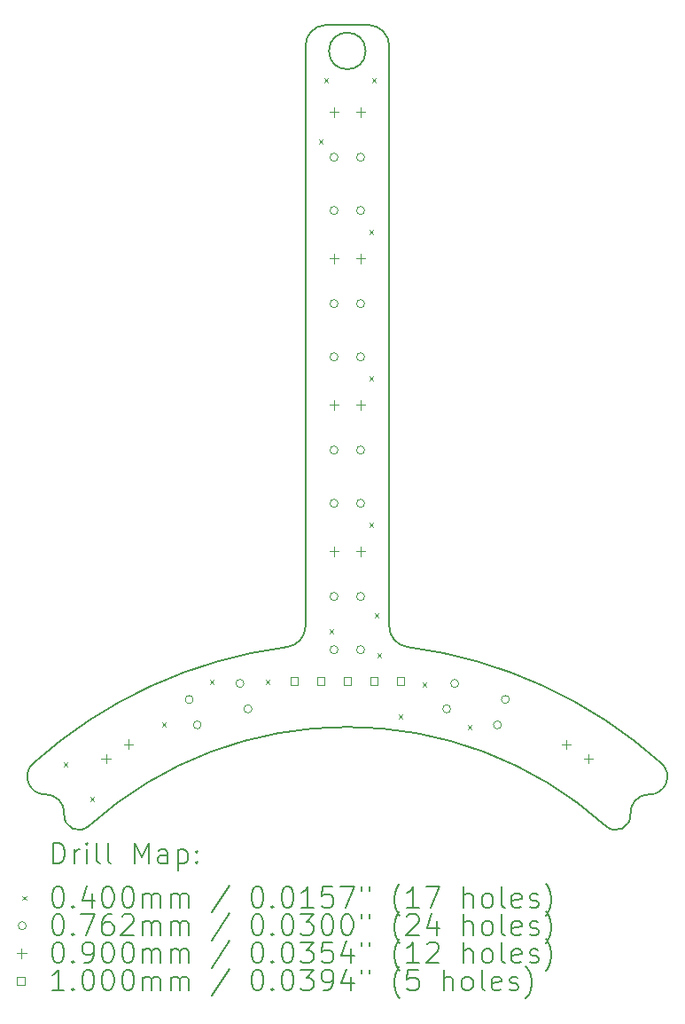
<source format=gbr>
%FSLAX45Y45*%
G04 Gerber Fmt 4.5, Leading zero omitted, Abs format (unit mm)*
G04 Created by KiCad (PCBNEW (6.0.5)) date 2022-10-18 17:48:54*
%MOMM*%
%LPD*%
G01*
G04 APERTURE LIST*
%TA.AperFunction,Profile*%
%ADD10C,0.200000*%
%TD*%
%ADD11C,0.200000*%
%ADD12C,0.040000*%
%ADD13C,0.076200*%
%ADD14C,0.090000*%
%ADD15C,0.100000*%
G04 APERTURE END LIST*
D10*
X15474961Y-4931961D02*
X15474961Y-10468455D01*
X13169650Y-12262153D02*
G75*
G03*
X12991047Y-12073686I-174480J13513D01*
G01*
X15300494Y-10666824D02*
G75*
G03*
X15474961Y-10468455I-25544J198374D01*
G01*
X15671040Y-4732000D02*
G75*
G03*
X15474961Y-4931961I3920J-199960D01*
G01*
X13169649Y-12262153D02*
G75*
G03*
X13402776Y-12377128I139581J-10817D01*
G01*
X18759139Y-12074075D02*
G75*
G03*
X18580341Y-12262353I-4309J-174945D01*
G01*
X16049961Y-4980000D02*
G75*
G03*
X16049961Y-4980000I-175000J0D01*
G01*
X18347203Y-12377180D02*
G75*
G03*
X13402776Y-12377128I-2472242J-2752820D01*
G01*
X16078883Y-4731999D02*
X15671040Y-4731999D01*
X18347206Y-12377178D02*
G75*
G03*
X18580341Y-12262353I93545J104158D01*
G01*
X15300493Y-10666819D02*
G75*
G03*
X12873654Y-11777067I574467J-4463181D01*
G01*
X18759139Y-12074067D02*
G75*
G03*
X18876722Y-11777473I4181J169947D01*
G01*
X16274961Y-10468455D02*
X16274961Y-4931961D01*
X16274965Y-10468455D02*
G75*
G03*
X16449429Y-10666819I199995J-5D01*
G01*
X16274959Y-4931961D02*
G75*
G03*
X16078883Y-4731999I-199999J1D01*
G01*
X18876721Y-11777474D02*
G75*
G03*
X16449429Y-10666819I-3001761J-3352526D01*
G01*
X12873652Y-11777064D02*
G75*
G03*
X12991047Y-12073686I113388J-126666D01*
G01*
D11*
D12*
X13162600Y-11765600D02*
X13202600Y-11805600D01*
X13202600Y-11765600D02*
X13162600Y-11805600D01*
X13416600Y-12095800D02*
X13456600Y-12135800D01*
X13456600Y-12095800D02*
X13416600Y-12135800D01*
X14102400Y-11384600D02*
X14142400Y-11424600D01*
X14142400Y-11384600D02*
X14102400Y-11424600D01*
X14559600Y-10978200D02*
X14599600Y-11018200D01*
X14599600Y-10978200D02*
X14559600Y-11018200D01*
X15093000Y-10978200D02*
X15133000Y-11018200D01*
X15133000Y-10978200D02*
X15093000Y-11018200D01*
X15601000Y-5822000D02*
X15641000Y-5862000D01*
X15641000Y-5822000D02*
X15601000Y-5862000D01*
X15651800Y-5237800D02*
X15691800Y-5277800D01*
X15691800Y-5237800D02*
X15651800Y-5277800D01*
X15702600Y-10495600D02*
X15742600Y-10535600D01*
X15742600Y-10495600D02*
X15702600Y-10535600D01*
X16083600Y-6685600D02*
X16123600Y-6725600D01*
X16123600Y-6685600D02*
X16083600Y-6725600D01*
X16083600Y-8082600D02*
X16123600Y-8122600D01*
X16123600Y-8082600D02*
X16083600Y-8122600D01*
X16083600Y-9479600D02*
X16123600Y-9519600D01*
X16123600Y-9479600D02*
X16083600Y-9519600D01*
X16109000Y-5237800D02*
X16149000Y-5277800D01*
X16149000Y-5237800D02*
X16109000Y-5277800D01*
X16134400Y-10343200D02*
X16174400Y-10383200D01*
X16174400Y-10343200D02*
X16134400Y-10383200D01*
X16159800Y-10724200D02*
X16199800Y-10764200D01*
X16199800Y-10724200D02*
X16159800Y-10764200D01*
X16363000Y-11308400D02*
X16403000Y-11348400D01*
X16403000Y-11308400D02*
X16363000Y-11348400D01*
X16591600Y-11003600D02*
X16631600Y-11043600D01*
X16631600Y-11003600D02*
X16591600Y-11043600D01*
X17023400Y-11410000D02*
X17063400Y-11450000D01*
X17063400Y-11410000D02*
X17023400Y-11450000D01*
D13*
X14402900Y-11167936D02*
G75*
G03*
X14402900Y-11167936I-38100J0D01*
G01*
X14479279Y-11410180D02*
G75*
G03*
X14479279Y-11410180I-38100J0D01*
G01*
X14887388Y-11015178D02*
G75*
G03*
X14887388Y-11015178I-38100J0D01*
G01*
X14963767Y-11257422D02*
G75*
G03*
X14963767Y-11257422I-38100J0D01*
G01*
X15785900Y-5994400D02*
G75*
G03*
X15785900Y-5994400I-38100J0D01*
G01*
X15785900Y-6502400D02*
G75*
G03*
X15785900Y-6502400I-38100J0D01*
G01*
X15785900Y-7391400D02*
G75*
G03*
X15785900Y-7391400I-38100J0D01*
G01*
X15785900Y-7899400D02*
G75*
G03*
X15785900Y-7899400I-38100J0D01*
G01*
X15785900Y-8788400D02*
G75*
G03*
X15785900Y-8788400I-38100J0D01*
G01*
X15785900Y-9296400D02*
G75*
G03*
X15785900Y-9296400I-38100J0D01*
G01*
X15785900Y-10185400D02*
G75*
G03*
X15785900Y-10185400I-38100J0D01*
G01*
X15785900Y-10693400D02*
G75*
G03*
X15785900Y-10693400I-38100J0D01*
G01*
X16039900Y-5994400D02*
G75*
G03*
X16039900Y-5994400I-38100J0D01*
G01*
X16039900Y-6502400D02*
G75*
G03*
X16039900Y-6502400I-38100J0D01*
G01*
X16039900Y-7391400D02*
G75*
G03*
X16039900Y-7391400I-38100J0D01*
G01*
X16039900Y-7899400D02*
G75*
G03*
X16039900Y-7899400I-38100J0D01*
G01*
X16039900Y-8788400D02*
G75*
G03*
X16039900Y-8788400I-38100J0D01*
G01*
X16039900Y-9296400D02*
G75*
G03*
X16039900Y-9296400I-38100J0D01*
G01*
X16039900Y-10185400D02*
G75*
G03*
X16039900Y-10185400I-38100J0D01*
G01*
X16039900Y-10693400D02*
G75*
G03*
X16039900Y-10693400I-38100J0D01*
G01*
X16862433Y-11257422D02*
G75*
G03*
X16862433Y-11257422I-38100J0D01*
G01*
X16938812Y-11015178D02*
G75*
G03*
X16938812Y-11015178I-38100J0D01*
G01*
X17346921Y-11410180D02*
G75*
G03*
X17346921Y-11410180I-38100J0D01*
G01*
X17423300Y-11167936D02*
G75*
G03*
X17423300Y-11167936I-38100J0D01*
G01*
D14*
X13571078Y-11687003D02*
X13571078Y-11777003D01*
X13526078Y-11732003D02*
X13616078Y-11732003D01*
X13785299Y-11550529D02*
X13785299Y-11640529D01*
X13740299Y-11595529D02*
X13830299Y-11595529D01*
X15748500Y-5517600D02*
X15748500Y-5607600D01*
X15703500Y-5562600D02*
X15793500Y-5562600D01*
X15748500Y-6914600D02*
X15748500Y-7004600D01*
X15703500Y-6959600D02*
X15793500Y-6959600D01*
X15748500Y-8311600D02*
X15748500Y-8401600D01*
X15703500Y-8356600D02*
X15793500Y-8356600D01*
X15748500Y-9708600D02*
X15748500Y-9798600D01*
X15703500Y-9753600D02*
X15793500Y-9753600D01*
X16002500Y-5517600D02*
X16002500Y-5607600D01*
X15957500Y-5562600D02*
X16047500Y-5562600D01*
X16002500Y-6914600D02*
X16002500Y-7004600D01*
X15957500Y-6959600D02*
X16047500Y-6959600D01*
X16002500Y-8311600D02*
X16002500Y-8401600D01*
X15957500Y-8356600D02*
X16047500Y-8356600D01*
X16002500Y-9708600D02*
X16002500Y-9798600D01*
X15957500Y-9753600D02*
X16047500Y-9753600D01*
X17965544Y-11551067D02*
X17965544Y-11641067D01*
X17920544Y-11596067D02*
X18010544Y-11596067D01*
X18179765Y-11687541D02*
X18179765Y-11777541D01*
X18134765Y-11732541D02*
X18224765Y-11732541D01*
D15*
X15401856Y-11027856D02*
X15401856Y-10957144D01*
X15331144Y-10957144D01*
X15331144Y-11027856D01*
X15401856Y-11027856D01*
X15655856Y-11027856D02*
X15655856Y-10957144D01*
X15585144Y-10957144D01*
X15585144Y-11027856D01*
X15655856Y-11027856D01*
X15909856Y-11027856D02*
X15909856Y-10957144D01*
X15839144Y-10957144D01*
X15839144Y-11027856D01*
X15909856Y-11027856D01*
X16163856Y-11027856D02*
X16163856Y-10957144D01*
X16093144Y-10957144D01*
X16093144Y-11027856D01*
X16163856Y-11027856D01*
X16417856Y-11027856D02*
X16417856Y-10957144D01*
X16347144Y-10957144D01*
X16347144Y-11027856D01*
X16417856Y-11027856D01*
D11*
X13064655Y-12733494D02*
X13064655Y-12533494D01*
X13112274Y-12533494D01*
X13140846Y-12543018D01*
X13159894Y-12562066D01*
X13169417Y-12581113D01*
X13178941Y-12619208D01*
X13178941Y-12647780D01*
X13169417Y-12685875D01*
X13159894Y-12704923D01*
X13140846Y-12723970D01*
X13112274Y-12733494D01*
X13064655Y-12733494D01*
X13264655Y-12733494D02*
X13264655Y-12600161D01*
X13264655Y-12638256D02*
X13274179Y-12619208D01*
X13283703Y-12609685D01*
X13302751Y-12600161D01*
X13321798Y-12600161D01*
X13388465Y-12733494D02*
X13388465Y-12600161D01*
X13388465Y-12533494D02*
X13378941Y-12543018D01*
X13388465Y-12552542D01*
X13397989Y-12543018D01*
X13388465Y-12533494D01*
X13388465Y-12552542D01*
X13512274Y-12733494D02*
X13493227Y-12723970D01*
X13483703Y-12704923D01*
X13483703Y-12533494D01*
X13617036Y-12733494D02*
X13597989Y-12723970D01*
X13588465Y-12704923D01*
X13588465Y-12533494D01*
X13845608Y-12733494D02*
X13845608Y-12533494D01*
X13912274Y-12676351D01*
X13978941Y-12533494D01*
X13978941Y-12733494D01*
X14159894Y-12733494D02*
X14159894Y-12628732D01*
X14150370Y-12609685D01*
X14131322Y-12600161D01*
X14093227Y-12600161D01*
X14074179Y-12609685D01*
X14159894Y-12723970D02*
X14140846Y-12733494D01*
X14093227Y-12733494D01*
X14074179Y-12723970D01*
X14064655Y-12704923D01*
X14064655Y-12685875D01*
X14074179Y-12666828D01*
X14093227Y-12657304D01*
X14140846Y-12657304D01*
X14159894Y-12647780D01*
X14255132Y-12600161D02*
X14255132Y-12800161D01*
X14255132Y-12609685D02*
X14274179Y-12600161D01*
X14312274Y-12600161D01*
X14331322Y-12609685D01*
X14340846Y-12619208D01*
X14350370Y-12638256D01*
X14350370Y-12695399D01*
X14340846Y-12714447D01*
X14331322Y-12723970D01*
X14312274Y-12733494D01*
X14274179Y-12733494D01*
X14255132Y-12723970D01*
X14436084Y-12714447D02*
X14445608Y-12723970D01*
X14436084Y-12733494D01*
X14426560Y-12723970D01*
X14436084Y-12714447D01*
X14436084Y-12733494D01*
X14436084Y-12609685D02*
X14445608Y-12619208D01*
X14436084Y-12628732D01*
X14426560Y-12619208D01*
X14436084Y-12609685D01*
X14436084Y-12628732D01*
D12*
X12767036Y-13043018D02*
X12807036Y-13083018D01*
X12807036Y-13043018D02*
X12767036Y-13083018D01*
D11*
X13102751Y-12953494D02*
X13121798Y-12953494D01*
X13140846Y-12963018D01*
X13150370Y-12972542D01*
X13159894Y-12991589D01*
X13169417Y-13029685D01*
X13169417Y-13077304D01*
X13159894Y-13115399D01*
X13150370Y-13134447D01*
X13140846Y-13143970D01*
X13121798Y-13153494D01*
X13102751Y-13153494D01*
X13083703Y-13143970D01*
X13074179Y-13134447D01*
X13064655Y-13115399D01*
X13055132Y-13077304D01*
X13055132Y-13029685D01*
X13064655Y-12991589D01*
X13074179Y-12972542D01*
X13083703Y-12963018D01*
X13102751Y-12953494D01*
X13255132Y-13134447D02*
X13264655Y-13143970D01*
X13255132Y-13153494D01*
X13245608Y-13143970D01*
X13255132Y-13134447D01*
X13255132Y-13153494D01*
X13436084Y-13020161D02*
X13436084Y-13153494D01*
X13388465Y-12943970D02*
X13340846Y-13086828D01*
X13464655Y-13086828D01*
X13578941Y-12953494D02*
X13597989Y-12953494D01*
X13617036Y-12963018D01*
X13626560Y-12972542D01*
X13636084Y-12991589D01*
X13645608Y-13029685D01*
X13645608Y-13077304D01*
X13636084Y-13115399D01*
X13626560Y-13134447D01*
X13617036Y-13143970D01*
X13597989Y-13153494D01*
X13578941Y-13153494D01*
X13559894Y-13143970D01*
X13550370Y-13134447D01*
X13540846Y-13115399D01*
X13531322Y-13077304D01*
X13531322Y-13029685D01*
X13540846Y-12991589D01*
X13550370Y-12972542D01*
X13559894Y-12963018D01*
X13578941Y-12953494D01*
X13769417Y-12953494D02*
X13788465Y-12953494D01*
X13807513Y-12963018D01*
X13817036Y-12972542D01*
X13826560Y-12991589D01*
X13836084Y-13029685D01*
X13836084Y-13077304D01*
X13826560Y-13115399D01*
X13817036Y-13134447D01*
X13807513Y-13143970D01*
X13788465Y-13153494D01*
X13769417Y-13153494D01*
X13750370Y-13143970D01*
X13740846Y-13134447D01*
X13731322Y-13115399D01*
X13721798Y-13077304D01*
X13721798Y-13029685D01*
X13731322Y-12991589D01*
X13740846Y-12972542D01*
X13750370Y-12963018D01*
X13769417Y-12953494D01*
X13921798Y-13153494D02*
X13921798Y-13020161D01*
X13921798Y-13039208D02*
X13931322Y-13029685D01*
X13950370Y-13020161D01*
X13978941Y-13020161D01*
X13997989Y-13029685D01*
X14007513Y-13048732D01*
X14007513Y-13153494D01*
X14007513Y-13048732D02*
X14017036Y-13029685D01*
X14036084Y-13020161D01*
X14064655Y-13020161D01*
X14083703Y-13029685D01*
X14093227Y-13048732D01*
X14093227Y-13153494D01*
X14188465Y-13153494D02*
X14188465Y-13020161D01*
X14188465Y-13039208D02*
X14197989Y-13029685D01*
X14217036Y-13020161D01*
X14245608Y-13020161D01*
X14264655Y-13029685D01*
X14274179Y-13048732D01*
X14274179Y-13153494D01*
X14274179Y-13048732D02*
X14283703Y-13029685D01*
X14302751Y-13020161D01*
X14331322Y-13020161D01*
X14350370Y-13029685D01*
X14359894Y-13048732D01*
X14359894Y-13153494D01*
X14750370Y-12943970D02*
X14578941Y-13201113D01*
X15007513Y-12953494D02*
X15026560Y-12953494D01*
X15045608Y-12963018D01*
X15055132Y-12972542D01*
X15064655Y-12991589D01*
X15074179Y-13029685D01*
X15074179Y-13077304D01*
X15064655Y-13115399D01*
X15055132Y-13134447D01*
X15045608Y-13143970D01*
X15026560Y-13153494D01*
X15007513Y-13153494D01*
X14988465Y-13143970D01*
X14978941Y-13134447D01*
X14969417Y-13115399D01*
X14959894Y-13077304D01*
X14959894Y-13029685D01*
X14969417Y-12991589D01*
X14978941Y-12972542D01*
X14988465Y-12963018D01*
X15007513Y-12953494D01*
X15159894Y-13134447D02*
X15169417Y-13143970D01*
X15159894Y-13153494D01*
X15150370Y-13143970D01*
X15159894Y-13134447D01*
X15159894Y-13153494D01*
X15293227Y-12953494D02*
X15312274Y-12953494D01*
X15331322Y-12963018D01*
X15340846Y-12972542D01*
X15350370Y-12991589D01*
X15359894Y-13029685D01*
X15359894Y-13077304D01*
X15350370Y-13115399D01*
X15340846Y-13134447D01*
X15331322Y-13143970D01*
X15312274Y-13153494D01*
X15293227Y-13153494D01*
X15274179Y-13143970D01*
X15264655Y-13134447D01*
X15255132Y-13115399D01*
X15245608Y-13077304D01*
X15245608Y-13029685D01*
X15255132Y-12991589D01*
X15264655Y-12972542D01*
X15274179Y-12963018D01*
X15293227Y-12953494D01*
X15550370Y-13153494D02*
X15436084Y-13153494D01*
X15493227Y-13153494D02*
X15493227Y-12953494D01*
X15474179Y-12982066D01*
X15455132Y-13001113D01*
X15436084Y-13010637D01*
X15731322Y-12953494D02*
X15636084Y-12953494D01*
X15626560Y-13048732D01*
X15636084Y-13039208D01*
X15655132Y-13029685D01*
X15702751Y-13029685D01*
X15721798Y-13039208D01*
X15731322Y-13048732D01*
X15740846Y-13067780D01*
X15740846Y-13115399D01*
X15731322Y-13134447D01*
X15721798Y-13143970D01*
X15702751Y-13153494D01*
X15655132Y-13153494D01*
X15636084Y-13143970D01*
X15626560Y-13134447D01*
X15807513Y-12953494D02*
X15940846Y-12953494D01*
X15855132Y-13153494D01*
X16007513Y-12953494D02*
X16007513Y-12991589D01*
X16083703Y-12953494D02*
X16083703Y-12991589D01*
X16378941Y-13229685D02*
X16369417Y-13220161D01*
X16350370Y-13191589D01*
X16340846Y-13172542D01*
X16331322Y-13143970D01*
X16321798Y-13096351D01*
X16321798Y-13058256D01*
X16331322Y-13010637D01*
X16340846Y-12982066D01*
X16350370Y-12963018D01*
X16369417Y-12934447D01*
X16378941Y-12924923D01*
X16559894Y-13153494D02*
X16445608Y-13153494D01*
X16502751Y-13153494D02*
X16502751Y-12953494D01*
X16483703Y-12982066D01*
X16464655Y-13001113D01*
X16445608Y-13010637D01*
X16626560Y-12953494D02*
X16759894Y-12953494D01*
X16674179Y-13153494D01*
X16988465Y-13153494D02*
X16988465Y-12953494D01*
X17074179Y-13153494D02*
X17074179Y-13048732D01*
X17064656Y-13029685D01*
X17045608Y-13020161D01*
X17017036Y-13020161D01*
X16997989Y-13029685D01*
X16988465Y-13039208D01*
X17197989Y-13153494D02*
X17178941Y-13143970D01*
X17169417Y-13134447D01*
X17159894Y-13115399D01*
X17159894Y-13058256D01*
X17169417Y-13039208D01*
X17178941Y-13029685D01*
X17197989Y-13020161D01*
X17226560Y-13020161D01*
X17245608Y-13029685D01*
X17255132Y-13039208D01*
X17264656Y-13058256D01*
X17264656Y-13115399D01*
X17255132Y-13134447D01*
X17245608Y-13143970D01*
X17226560Y-13153494D01*
X17197989Y-13153494D01*
X17378941Y-13153494D02*
X17359894Y-13143970D01*
X17350370Y-13124923D01*
X17350370Y-12953494D01*
X17531322Y-13143970D02*
X17512275Y-13153494D01*
X17474179Y-13153494D01*
X17455132Y-13143970D01*
X17445608Y-13124923D01*
X17445608Y-13048732D01*
X17455132Y-13029685D01*
X17474179Y-13020161D01*
X17512275Y-13020161D01*
X17531322Y-13029685D01*
X17540846Y-13048732D01*
X17540846Y-13067780D01*
X17445608Y-13086828D01*
X17617036Y-13143970D02*
X17636084Y-13153494D01*
X17674179Y-13153494D01*
X17693227Y-13143970D01*
X17702751Y-13124923D01*
X17702751Y-13115399D01*
X17693227Y-13096351D01*
X17674179Y-13086828D01*
X17645608Y-13086828D01*
X17626560Y-13077304D01*
X17617036Y-13058256D01*
X17617036Y-13048732D01*
X17626560Y-13029685D01*
X17645608Y-13020161D01*
X17674179Y-13020161D01*
X17693227Y-13029685D01*
X17769417Y-13229685D02*
X17778941Y-13220161D01*
X17797989Y-13191589D01*
X17807513Y-13172542D01*
X17817036Y-13143970D01*
X17826560Y-13096351D01*
X17826560Y-13058256D01*
X17817036Y-13010637D01*
X17807513Y-12982066D01*
X17797989Y-12963018D01*
X17778941Y-12934447D01*
X17769417Y-12924923D01*
D13*
X12807036Y-13327018D02*
G75*
G03*
X12807036Y-13327018I-38100J0D01*
G01*
D11*
X13102751Y-13217494D02*
X13121798Y-13217494D01*
X13140846Y-13227018D01*
X13150370Y-13236542D01*
X13159894Y-13255589D01*
X13169417Y-13293685D01*
X13169417Y-13341304D01*
X13159894Y-13379399D01*
X13150370Y-13398447D01*
X13140846Y-13407970D01*
X13121798Y-13417494D01*
X13102751Y-13417494D01*
X13083703Y-13407970D01*
X13074179Y-13398447D01*
X13064655Y-13379399D01*
X13055132Y-13341304D01*
X13055132Y-13293685D01*
X13064655Y-13255589D01*
X13074179Y-13236542D01*
X13083703Y-13227018D01*
X13102751Y-13217494D01*
X13255132Y-13398447D02*
X13264655Y-13407970D01*
X13255132Y-13417494D01*
X13245608Y-13407970D01*
X13255132Y-13398447D01*
X13255132Y-13417494D01*
X13331322Y-13217494D02*
X13464655Y-13217494D01*
X13378941Y-13417494D01*
X13626560Y-13217494D02*
X13588465Y-13217494D01*
X13569417Y-13227018D01*
X13559894Y-13236542D01*
X13540846Y-13265113D01*
X13531322Y-13303208D01*
X13531322Y-13379399D01*
X13540846Y-13398447D01*
X13550370Y-13407970D01*
X13569417Y-13417494D01*
X13607513Y-13417494D01*
X13626560Y-13407970D01*
X13636084Y-13398447D01*
X13645608Y-13379399D01*
X13645608Y-13331780D01*
X13636084Y-13312732D01*
X13626560Y-13303208D01*
X13607513Y-13293685D01*
X13569417Y-13293685D01*
X13550370Y-13303208D01*
X13540846Y-13312732D01*
X13531322Y-13331780D01*
X13721798Y-13236542D02*
X13731322Y-13227018D01*
X13750370Y-13217494D01*
X13797989Y-13217494D01*
X13817036Y-13227018D01*
X13826560Y-13236542D01*
X13836084Y-13255589D01*
X13836084Y-13274637D01*
X13826560Y-13303208D01*
X13712274Y-13417494D01*
X13836084Y-13417494D01*
X13921798Y-13417494D02*
X13921798Y-13284161D01*
X13921798Y-13303208D02*
X13931322Y-13293685D01*
X13950370Y-13284161D01*
X13978941Y-13284161D01*
X13997989Y-13293685D01*
X14007513Y-13312732D01*
X14007513Y-13417494D01*
X14007513Y-13312732D02*
X14017036Y-13293685D01*
X14036084Y-13284161D01*
X14064655Y-13284161D01*
X14083703Y-13293685D01*
X14093227Y-13312732D01*
X14093227Y-13417494D01*
X14188465Y-13417494D02*
X14188465Y-13284161D01*
X14188465Y-13303208D02*
X14197989Y-13293685D01*
X14217036Y-13284161D01*
X14245608Y-13284161D01*
X14264655Y-13293685D01*
X14274179Y-13312732D01*
X14274179Y-13417494D01*
X14274179Y-13312732D02*
X14283703Y-13293685D01*
X14302751Y-13284161D01*
X14331322Y-13284161D01*
X14350370Y-13293685D01*
X14359894Y-13312732D01*
X14359894Y-13417494D01*
X14750370Y-13207970D02*
X14578941Y-13465113D01*
X15007513Y-13217494D02*
X15026560Y-13217494D01*
X15045608Y-13227018D01*
X15055132Y-13236542D01*
X15064655Y-13255589D01*
X15074179Y-13293685D01*
X15074179Y-13341304D01*
X15064655Y-13379399D01*
X15055132Y-13398447D01*
X15045608Y-13407970D01*
X15026560Y-13417494D01*
X15007513Y-13417494D01*
X14988465Y-13407970D01*
X14978941Y-13398447D01*
X14969417Y-13379399D01*
X14959894Y-13341304D01*
X14959894Y-13293685D01*
X14969417Y-13255589D01*
X14978941Y-13236542D01*
X14988465Y-13227018D01*
X15007513Y-13217494D01*
X15159894Y-13398447D02*
X15169417Y-13407970D01*
X15159894Y-13417494D01*
X15150370Y-13407970D01*
X15159894Y-13398447D01*
X15159894Y-13417494D01*
X15293227Y-13217494D02*
X15312274Y-13217494D01*
X15331322Y-13227018D01*
X15340846Y-13236542D01*
X15350370Y-13255589D01*
X15359894Y-13293685D01*
X15359894Y-13341304D01*
X15350370Y-13379399D01*
X15340846Y-13398447D01*
X15331322Y-13407970D01*
X15312274Y-13417494D01*
X15293227Y-13417494D01*
X15274179Y-13407970D01*
X15264655Y-13398447D01*
X15255132Y-13379399D01*
X15245608Y-13341304D01*
X15245608Y-13293685D01*
X15255132Y-13255589D01*
X15264655Y-13236542D01*
X15274179Y-13227018D01*
X15293227Y-13217494D01*
X15426560Y-13217494D02*
X15550370Y-13217494D01*
X15483703Y-13293685D01*
X15512274Y-13293685D01*
X15531322Y-13303208D01*
X15540846Y-13312732D01*
X15550370Y-13331780D01*
X15550370Y-13379399D01*
X15540846Y-13398447D01*
X15531322Y-13407970D01*
X15512274Y-13417494D01*
X15455132Y-13417494D01*
X15436084Y-13407970D01*
X15426560Y-13398447D01*
X15674179Y-13217494D02*
X15693227Y-13217494D01*
X15712274Y-13227018D01*
X15721798Y-13236542D01*
X15731322Y-13255589D01*
X15740846Y-13293685D01*
X15740846Y-13341304D01*
X15731322Y-13379399D01*
X15721798Y-13398447D01*
X15712274Y-13407970D01*
X15693227Y-13417494D01*
X15674179Y-13417494D01*
X15655132Y-13407970D01*
X15645608Y-13398447D01*
X15636084Y-13379399D01*
X15626560Y-13341304D01*
X15626560Y-13293685D01*
X15636084Y-13255589D01*
X15645608Y-13236542D01*
X15655132Y-13227018D01*
X15674179Y-13217494D01*
X15864655Y-13217494D02*
X15883703Y-13217494D01*
X15902751Y-13227018D01*
X15912274Y-13236542D01*
X15921798Y-13255589D01*
X15931322Y-13293685D01*
X15931322Y-13341304D01*
X15921798Y-13379399D01*
X15912274Y-13398447D01*
X15902751Y-13407970D01*
X15883703Y-13417494D01*
X15864655Y-13417494D01*
X15845608Y-13407970D01*
X15836084Y-13398447D01*
X15826560Y-13379399D01*
X15817036Y-13341304D01*
X15817036Y-13293685D01*
X15826560Y-13255589D01*
X15836084Y-13236542D01*
X15845608Y-13227018D01*
X15864655Y-13217494D01*
X16007513Y-13217494D02*
X16007513Y-13255589D01*
X16083703Y-13217494D02*
X16083703Y-13255589D01*
X16378941Y-13493685D02*
X16369417Y-13484161D01*
X16350370Y-13455589D01*
X16340846Y-13436542D01*
X16331322Y-13407970D01*
X16321798Y-13360351D01*
X16321798Y-13322256D01*
X16331322Y-13274637D01*
X16340846Y-13246066D01*
X16350370Y-13227018D01*
X16369417Y-13198447D01*
X16378941Y-13188923D01*
X16445608Y-13236542D02*
X16455132Y-13227018D01*
X16474179Y-13217494D01*
X16521798Y-13217494D01*
X16540846Y-13227018D01*
X16550370Y-13236542D01*
X16559894Y-13255589D01*
X16559894Y-13274637D01*
X16550370Y-13303208D01*
X16436084Y-13417494D01*
X16559894Y-13417494D01*
X16731322Y-13284161D02*
X16731322Y-13417494D01*
X16683703Y-13207970D02*
X16636084Y-13350828D01*
X16759894Y-13350828D01*
X16988465Y-13417494D02*
X16988465Y-13217494D01*
X17074179Y-13417494D02*
X17074179Y-13312732D01*
X17064656Y-13293685D01*
X17045608Y-13284161D01*
X17017036Y-13284161D01*
X16997989Y-13293685D01*
X16988465Y-13303208D01*
X17197989Y-13417494D02*
X17178941Y-13407970D01*
X17169417Y-13398447D01*
X17159894Y-13379399D01*
X17159894Y-13322256D01*
X17169417Y-13303208D01*
X17178941Y-13293685D01*
X17197989Y-13284161D01*
X17226560Y-13284161D01*
X17245608Y-13293685D01*
X17255132Y-13303208D01*
X17264656Y-13322256D01*
X17264656Y-13379399D01*
X17255132Y-13398447D01*
X17245608Y-13407970D01*
X17226560Y-13417494D01*
X17197989Y-13417494D01*
X17378941Y-13417494D02*
X17359894Y-13407970D01*
X17350370Y-13388923D01*
X17350370Y-13217494D01*
X17531322Y-13407970D02*
X17512275Y-13417494D01*
X17474179Y-13417494D01*
X17455132Y-13407970D01*
X17445608Y-13388923D01*
X17445608Y-13312732D01*
X17455132Y-13293685D01*
X17474179Y-13284161D01*
X17512275Y-13284161D01*
X17531322Y-13293685D01*
X17540846Y-13312732D01*
X17540846Y-13331780D01*
X17445608Y-13350828D01*
X17617036Y-13407970D02*
X17636084Y-13417494D01*
X17674179Y-13417494D01*
X17693227Y-13407970D01*
X17702751Y-13388923D01*
X17702751Y-13379399D01*
X17693227Y-13360351D01*
X17674179Y-13350828D01*
X17645608Y-13350828D01*
X17626560Y-13341304D01*
X17617036Y-13322256D01*
X17617036Y-13312732D01*
X17626560Y-13293685D01*
X17645608Y-13284161D01*
X17674179Y-13284161D01*
X17693227Y-13293685D01*
X17769417Y-13493685D02*
X17778941Y-13484161D01*
X17797989Y-13455589D01*
X17807513Y-13436542D01*
X17817036Y-13407970D01*
X17826560Y-13360351D01*
X17826560Y-13322256D01*
X17817036Y-13274637D01*
X17807513Y-13246066D01*
X17797989Y-13227018D01*
X17778941Y-13198447D01*
X17769417Y-13188923D01*
D14*
X12762036Y-13546018D02*
X12762036Y-13636018D01*
X12717036Y-13591018D02*
X12807036Y-13591018D01*
D11*
X13102751Y-13481494D02*
X13121798Y-13481494D01*
X13140846Y-13491018D01*
X13150370Y-13500542D01*
X13159894Y-13519589D01*
X13169417Y-13557685D01*
X13169417Y-13605304D01*
X13159894Y-13643399D01*
X13150370Y-13662447D01*
X13140846Y-13671970D01*
X13121798Y-13681494D01*
X13102751Y-13681494D01*
X13083703Y-13671970D01*
X13074179Y-13662447D01*
X13064655Y-13643399D01*
X13055132Y-13605304D01*
X13055132Y-13557685D01*
X13064655Y-13519589D01*
X13074179Y-13500542D01*
X13083703Y-13491018D01*
X13102751Y-13481494D01*
X13255132Y-13662447D02*
X13264655Y-13671970D01*
X13255132Y-13681494D01*
X13245608Y-13671970D01*
X13255132Y-13662447D01*
X13255132Y-13681494D01*
X13359894Y-13681494D02*
X13397989Y-13681494D01*
X13417036Y-13671970D01*
X13426560Y-13662447D01*
X13445608Y-13633875D01*
X13455132Y-13595780D01*
X13455132Y-13519589D01*
X13445608Y-13500542D01*
X13436084Y-13491018D01*
X13417036Y-13481494D01*
X13378941Y-13481494D01*
X13359894Y-13491018D01*
X13350370Y-13500542D01*
X13340846Y-13519589D01*
X13340846Y-13567208D01*
X13350370Y-13586256D01*
X13359894Y-13595780D01*
X13378941Y-13605304D01*
X13417036Y-13605304D01*
X13436084Y-13595780D01*
X13445608Y-13586256D01*
X13455132Y-13567208D01*
X13578941Y-13481494D02*
X13597989Y-13481494D01*
X13617036Y-13491018D01*
X13626560Y-13500542D01*
X13636084Y-13519589D01*
X13645608Y-13557685D01*
X13645608Y-13605304D01*
X13636084Y-13643399D01*
X13626560Y-13662447D01*
X13617036Y-13671970D01*
X13597989Y-13681494D01*
X13578941Y-13681494D01*
X13559894Y-13671970D01*
X13550370Y-13662447D01*
X13540846Y-13643399D01*
X13531322Y-13605304D01*
X13531322Y-13557685D01*
X13540846Y-13519589D01*
X13550370Y-13500542D01*
X13559894Y-13491018D01*
X13578941Y-13481494D01*
X13769417Y-13481494D02*
X13788465Y-13481494D01*
X13807513Y-13491018D01*
X13817036Y-13500542D01*
X13826560Y-13519589D01*
X13836084Y-13557685D01*
X13836084Y-13605304D01*
X13826560Y-13643399D01*
X13817036Y-13662447D01*
X13807513Y-13671970D01*
X13788465Y-13681494D01*
X13769417Y-13681494D01*
X13750370Y-13671970D01*
X13740846Y-13662447D01*
X13731322Y-13643399D01*
X13721798Y-13605304D01*
X13721798Y-13557685D01*
X13731322Y-13519589D01*
X13740846Y-13500542D01*
X13750370Y-13491018D01*
X13769417Y-13481494D01*
X13921798Y-13681494D02*
X13921798Y-13548161D01*
X13921798Y-13567208D02*
X13931322Y-13557685D01*
X13950370Y-13548161D01*
X13978941Y-13548161D01*
X13997989Y-13557685D01*
X14007513Y-13576732D01*
X14007513Y-13681494D01*
X14007513Y-13576732D02*
X14017036Y-13557685D01*
X14036084Y-13548161D01*
X14064655Y-13548161D01*
X14083703Y-13557685D01*
X14093227Y-13576732D01*
X14093227Y-13681494D01*
X14188465Y-13681494D02*
X14188465Y-13548161D01*
X14188465Y-13567208D02*
X14197989Y-13557685D01*
X14217036Y-13548161D01*
X14245608Y-13548161D01*
X14264655Y-13557685D01*
X14274179Y-13576732D01*
X14274179Y-13681494D01*
X14274179Y-13576732D02*
X14283703Y-13557685D01*
X14302751Y-13548161D01*
X14331322Y-13548161D01*
X14350370Y-13557685D01*
X14359894Y-13576732D01*
X14359894Y-13681494D01*
X14750370Y-13471970D02*
X14578941Y-13729113D01*
X15007513Y-13481494D02*
X15026560Y-13481494D01*
X15045608Y-13491018D01*
X15055132Y-13500542D01*
X15064655Y-13519589D01*
X15074179Y-13557685D01*
X15074179Y-13605304D01*
X15064655Y-13643399D01*
X15055132Y-13662447D01*
X15045608Y-13671970D01*
X15026560Y-13681494D01*
X15007513Y-13681494D01*
X14988465Y-13671970D01*
X14978941Y-13662447D01*
X14969417Y-13643399D01*
X14959894Y-13605304D01*
X14959894Y-13557685D01*
X14969417Y-13519589D01*
X14978941Y-13500542D01*
X14988465Y-13491018D01*
X15007513Y-13481494D01*
X15159894Y-13662447D02*
X15169417Y-13671970D01*
X15159894Y-13681494D01*
X15150370Y-13671970D01*
X15159894Y-13662447D01*
X15159894Y-13681494D01*
X15293227Y-13481494D02*
X15312274Y-13481494D01*
X15331322Y-13491018D01*
X15340846Y-13500542D01*
X15350370Y-13519589D01*
X15359894Y-13557685D01*
X15359894Y-13605304D01*
X15350370Y-13643399D01*
X15340846Y-13662447D01*
X15331322Y-13671970D01*
X15312274Y-13681494D01*
X15293227Y-13681494D01*
X15274179Y-13671970D01*
X15264655Y-13662447D01*
X15255132Y-13643399D01*
X15245608Y-13605304D01*
X15245608Y-13557685D01*
X15255132Y-13519589D01*
X15264655Y-13500542D01*
X15274179Y-13491018D01*
X15293227Y-13481494D01*
X15426560Y-13481494D02*
X15550370Y-13481494D01*
X15483703Y-13557685D01*
X15512274Y-13557685D01*
X15531322Y-13567208D01*
X15540846Y-13576732D01*
X15550370Y-13595780D01*
X15550370Y-13643399D01*
X15540846Y-13662447D01*
X15531322Y-13671970D01*
X15512274Y-13681494D01*
X15455132Y-13681494D01*
X15436084Y-13671970D01*
X15426560Y-13662447D01*
X15731322Y-13481494D02*
X15636084Y-13481494D01*
X15626560Y-13576732D01*
X15636084Y-13567208D01*
X15655132Y-13557685D01*
X15702751Y-13557685D01*
X15721798Y-13567208D01*
X15731322Y-13576732D01*
X15740846Y-13595780D01*
X15740846Y-13643399D01*
X15731322Y-13662447D01*
X15721798Y-13671970D01*
X15702751Y-13681494D01*
X15655132Y-13681494D01*
X15636084Y-13671970D01*
X15626560Y-13662447D01*
X15912274Y-13548161D02*
X15912274Y-13681494D01*
X15864655Y-13471970D02*
X15817036Y-13614828D01*
X15940846Y-13614828D01*
X16007513Y-13481494D02*
X16007513Y-13519589D01*
X16083703Y-13481494D02*
X16083703Y-13519589D01*
X16378941Y-13757685D02*
X16369417Y-13748161D01*
X16350370Y-13719589D01*
X16340846Y-13700542D01*
X16331322Y-13671970D01*
X16321798Y-13624351D01*
X16321798Y-13586256D01*
X16331322Y-13538637D01*
X16340846Y-13510066D01*
X16350370Y-13491018D01*
X16369417Y-13462447D01*
X16378941Y-13452923D01*
X16559894Y-13681494D02*
X16445608Y-13681494D01*
X16502751Y-13681494D02*
X16502751Y-13481494D01*
X16483703Y-13510066D01*
X16464655Y-13529113D01*
X16445608Y-13538637D01*
X16636084Y-13500542D02*
X16645608Y-13491018D01*
X16664655Y-13481494D01*
X16712274Y-13481494D01*
X16731322Y-13491018D01*
X16740846Y-13500542D01*
X16750370Y-13519589D01*
X16750370Y-13538637D01*
X16740846Y-13567208D01*
X16626560Y-13681494D01*
X16750370Y-13681494D01*
X16988465Y-13681494D02*
X16988465Y-13481494D01*
X17074179Y-13681494D02*
X17074179Y-13576732D01*
X17064656Y-13557685D01*
X17045608Y-13548161D01*
X17017036Y-13548161D01*
X16997989Y-13557685D01*
X16988465Y-13567208D01*
X17197989Y-13681494D02*
X17178941Y-13671970D01*
X17169417Y-13662447D01*
X17159894Y-13643399D01*
X17159894Y-13586256D01*
X17169417Y-13567208D01*
X17178941Y-13557685D01*
X17197989Y-13548161D01*
X17226560Y-13548161D01*
X17245608Y-13557685D01*
X17255132Y-13567208D01*
X17264656Y-13586256D01*
X17264656Y-13643399D01*
X17255132Y-13662447D01*
X17245608Y-13671970D01*
X17226560Y-13681494D01*
X17197989Y-13681494D01*
X17378941Y-13681494D02*
X17359894Y-13671970D01*
X17350370Y-13652923D01*
X17350370Y-13481494D01*
X17531322Y-13671970D02*
X17512275Y-13681494D01*
X17474179Y-13681494D01*
X17455132Y-13671970D01*
X17445608Y-13652923D01*
X17445608Y-13576732D01*
X17455132Y-13557685D01*
X17474179Y-13548161D01*
X17512275Y-13548161D01*
X17531322Y-13557685D01*
X17540846Y-13576732D01*
X17540846Y-13595780D01*
X17445608Y-13614828D01*
X17617036Y-13671970D02*
X17636084Y-13681494D01*
X17674179Y-13681494D01*
X17693227Y-13671970D01*
X17702751Y-13652923D01*
X17702751Y-13643399D01*
X17693227Y-13624351D01*
X17674179Y-13614828D01*
X17645608Y-13614828D01*
X17626560Y-13605304D01*
X17617036Y-13586256D01*
X17617036Y-13576732D01*
X17626560Y-13557685D01*
X17645608Y-13548161D01*
X17674179Y-13548161D01*
X17693227Y-13557685D01*
X17769417Y-13757685D02*
X17778941Y-13748161D01*
X17797989Y-13719589D01*
X17807513Y-13700542D01*
X17817036Y-13671970D01*
X17826560Y-13624351D01*
X17826560Y-13586256D01*
X17817036Y-13538637D01*
X17807513Y-13510066D01*
X17797989Y-13491018D01*
X17778941Y-13462447D01*
X17769417Y-13452923D01*
D15*
X12792392Y-13890374D02*
X12792392Y-13819662D01*
X12721681Y-13819662D01*
X12721681Y-13890374D01*
X12792392Y-13890374D01*
D11*
X13169417Y-13945494D02*
X13055132Y-13945494D01*
X13112274Y-13945494D02*
X13112274Y-13745494D01*
X13093227Y-13774066D01*
X13074179Y-13793113D01*
X13055132Y-13802637D01*
X13255132Y-13926447D02*
X13264655Y-13935970D01*
X13255132Y-13945494D01*
X13245608Y-13935970D01*
X13255132Y-13926447D01*
X13255132Y-13945494D01*
X13388465Y-13745494D02*
X13407513Y-13745494D01*
X13426560Y-13755018D01*
X13436084Y-13764542D01*
X13445608Y-13783589D01*
X13455132Y-13821685D01*
X13455132Y-13869304D01*
X13445608Y-13907399D01*
X13436084Y-13926447D01*
X13426560Y-13935970D01*
X13407513Y-13945494D01*
X13388465Y-13945494D01*
X13369417Y-13935970D01*
X13359894Y-13926447D01*
X13350370Y-13907399D01*
X13340846Y-13869304D01*
X13340846Y-13821685D01*
X13350370Y-13783589D01*
X13359894Y-13764542D01*
X13369417Y-13755018D01*
X13388465Y-13745494D01*
X13578941Y-13745494D02*
X13597989Y-13745494D01*
X13617036Y-13755018D01*
X13626560Y-13764542D01*
X13636084Y-13783589D01*
X13645608Y-13821685D01*
X13645608Y-13869304D01*
X13636084Y-13907399D01*
X13626560Y-13926447D01*
X13617036Y-13935970D01*
X13597989Y-13945494D01*
X13578941Y-13945494D01*
X13559894Y-13935970D01*
X13550370Y-13926447D01*
X13540846Y-13907399D01*
X13531322Y-13869304D01*
X13531322Y-13821685D01*
X13540846Y-13783589D01*
X13550370Y-13764542D01*
X13559894Y-13755018D01*
X13578941Y-13745494D01*
X13769417Y-13745494D02*
X13788465Y-13745494D01*
X13807513Y-13755018D01*
X13817036Y-13764542D01*
X13826560Y-13783589D01*
X13836084Y-13821685D01*
X13836084Y-13869304D01*
X13826560Y-13907399D01*
X13817036Y-13926447D01*
X13807513Y-13935970D01*
X13788465Y-13945494D01*
X13769417Y-13945494D01*
X13750370Y-13935970D01*
X13740846Y-13926447D01*
X13731322Y-13907399D01*
X13721798Y-13869304D01*
X13721798Y-13821685D01*
X13731322Y-13783589D01*
X13740846Y-13764542D01*
X13750370Y-13755018D01*
X13769417Y-13745494D01*
X13921798Y-13945494D02*
X13921798Y-13812161D01*
X13921798Y-13831208D02*
X13931322Y-13821685D01*
X13950370Y-13812161D01*
X13978941Y-13812161D01*
X13997989Y-13821685D01*
X14007513Y-13840732D01*
X14007513Y-13945494D01*
X14007513Y-13840732D02*
X14017036Y-13821685D01*
X14036084Y-13812161D01*
X14064655Y-13812161D01*
X14083703Y-13821685D01*
X14093227Y-13840732D01*
X14093227Y-13945494D01*
X14188465Y-13945494D02*
X14188465Y-13812161D01*
X14188465Y-13831208D02*
X14197989Y-13821685D01*
X14217036Y-13812161D01*
X14245608Y-13812161D01*
X14264655Y-13821685D01*
X14274179Y-13840732D01*
X14274179Y-13945494D01*
X14274179Y-13840732D02*
X14283703Y-13821685D01*
X14302751Y-13812161D01*
X14331322Y-13812161D01*
X14350370Y-13821685D01*
X14359894Y-13840732D01*
X14359894Y-13945494D01*
X14750370Y-13735970D02*
X14578941Y-13993113D01*
X15007513Y-13745494D02*
X15026560Y-13745494D01*
X15045608Y-13755018D01*
X15055132Y-13764542D01*
X15064655Y-13783589D01*
X15074179Y-13821685D01*
X15074179Y-13869304D01*
X15064655Y-13907399D01*
X15055132Y-13926447D01*
X15045608Y-13935970D01*
X15026560Y-13945494D01*
X15007513Y-13945494D01*
X14988465Y-13935970D01*
X14978941Y-13926447D01*
X14969417Y-13907399D01*
X14959894Y-13869304D01*
X14959894Y-13821685D01*
X14969417Y-13783589D01*
X14978941Y-13764542D01*
X14988465Y-13755018D01*
X15007513Y-13745494D01*
X15159894Y-13926447D02*
X15169417Y-13935970D01*
X15159894Y-13945494D01*
X15150370Y-13935970D01*
X15159894Y-13926447D01*
X15159894Y-13945494D01*
X15293227Y-13745494D02*
X15312274Y-13745494D01*
X15331322Y-13755018D01*
X15340846Y-13764542D01*
X15350370Y-13783589D01*
X15359894Y-13821685D01*
X15359894Y-13869304D01*
X15350370Y-13907399D01*
X15340846Y-13926447D01*
X15331322Y-13935970D01*
X15312274Y-13945494D01*
X15293227Y-13945494D01*
X15274179Y-13935970D01*
X15264655Y-13926447D01*
X15255132Y-13907399D01*
X15245608Y-13869304D01*
X15245608Y-13821685D01*
X15255132Y-13783589D01*
X15264655Y-13764542D01*
X15274179Y-13755018D01*
X15293227Y-13745494D01*
X15426560Y-13745494D02*
X15550370Y-13745494D01*
X15483703Y-13821685D01*
X15512274Y-13821685D01*
X15531322Y-13831208D01*
X15540846Y-13840732D01*
X15550370Y-13859780D01*
X15550370Y-13907399D01*
X15540846Y-13926447D01*
X15531322Y-13935970D01*
X15512274Y-13945494D01*
X15455132Y-13945494D01*
X15436084Y-13935970D01*
X15426560Y-13926447D01*
X15645608Y-13945494D02*
X15683703Y-13945494D01*
X15702751Y-13935970D01*
X15712274Y-13926447D01*
X15731322Y-13897875D01*
X15740846Y-13859780D01*
X15740846Y-13783589D01*
X15731322Y-13764542D01*
X15721798Y-13755018D01*
X15702751Y-13745494D01*
X15664655Y-13745494D01*
X15645608Y-13755018D01*
X15636084Y-13764542D01*
X15626560Y-13783589D01*
X15626560Y-13831208D01*
X15636084Y-13850256D01*
X15645608Y-13859780D01*
X15664655Y-13869304D01*
X15702751Y-13869304D01*
X15721798Y-13859780D01*
X15731322Y-13850256D01*
X15740846Y-13831208D01*
X15912274Y-13812161D02*
X15912274Y-13945494D01*
X15864655Y-13735970D02*
X15817036Y-13878828D01*
X15940846Y-13878828D01*
X16007513Y-13745494D02*
X16007513Y-13783589D01*
X16083703Y-13745494D02*
X16083703Y-13783589D01*
X16378941Y-14021685D02*
X16369417Y-14012161D01*
X16350370Y-13983589D01*
X16340846Y-13964542D01*
X16331322Y-13935970D01*
X16321798Y-13888351D01*
X16321798Y-13850256D01*
X16331322Y-13802637D01*
X16340846Y-13774066D01*
X16350370Y-13755018D01*
X16369417Y-13726447D01*
X16378941Y-13716923D01*
X16550370Y-13745494D02*
X16455132Y-13745494D01*
X16445608Y-13840732D01*
X16455132Y-13831208D01*
X16474179Y-13821685D01*
X16521798Y-13821685D01*
X16540846Y-13831208D01*
X16550370Y-13840732D01*
X16559894Y-13859780D01*
X16559894Y-13907399D01*
X16550370Y-13926447D01*
X16540846Y-13935970D01*
X16521798Y-13945494D01*
X16474179Y-13945494D01*
X16455132Y-13935970D01*
X16445608Y-13926447D01*
X16797989Y-13945494D02*
X16797989Y-13745494D01*
X16883703Y-13945494D02*
X16883703Y-13840732D01*
X16874179Y-13821685D01*
X16855132Y-13812161D01*
X16826560Y-13812161D01*
X16807513Y-13821685D01*
X16797989Y-13831208D01*
X17007513Y-13945494D02*
X16988465Y-13935970D01*
X16978941Y-13926447D01*
X16969417Y-13907399D01*
X16969417Y-13850256D01*
X16978941Y-13831208D01*
X16988465Y-13821685D01*
X17007513Y-13812161D01*
X17036084Y-13812161D01*
X17055132Y-13821685D01*
X17064656Y-13831208D01*
X17074179Y-13850256D01*
X17074179Y-13907399D01*
X17064656Y-13926447D01*
X17055132Y-13935970D01*
X17036084Y-13945494D01*
X17007513Y-13945494D01*
X17188465Y-13945494D02*
X17169417Y-13935970D01*
X17159894Y-13916923D01*
X17159894Y-13745494D01*
X17340846Y-13935970D02*
X17321798Y-13945494D01*
X17283703Y-13945494D01*
X17264656Y-13935970D01*
X17255132Y-13916923D01*
X17255132Y-13840732D01*
X17264656Y-13821685D01*
X17283703Y-13812161D01*
X17321798Y-13812161D01*
X17340846Y-13821685D01*
X17350370Y-13840732D01*
X17350370Y-13859780D01*
X17255132Y-13878828D01*
X17426560Y-13935970D02*
X17445608Y-13945494D01*
X17483703Y-13945494D01*
X17502751Y-13935970D01*
X17512275Y-13916923D01*
X17512275Y-13907399D01*
X17502751Y-13888351D01*
X17483703Y-13878828D01*
X17455132Y-13878828D01*
X17436084Y-13869304D01*
X17426560Y-13850256D01*
X17426560Y-13840732D01*
X17436084Y-13821685D01*
X17455132Y-13812161D01*
X17483703Y-13812161D01*
X17502751Y-13821685D01*
X17578941Y-14021685D02*
X17588465Y-14012161D01*
X17607513Y-13983589D01*
X17617036Y-13964542D01*
X17626560Y-13935970D01*
X17636084Y-13888351D01*
X17636084Y-13850256D01*
X17626560Y-13802637D01*
X17617036Y-13774066D01*
X17607513Y-13755018D01*
X17588465Y-13726447D01*
X17578941Y-13716923D01*
M02*

</source>
